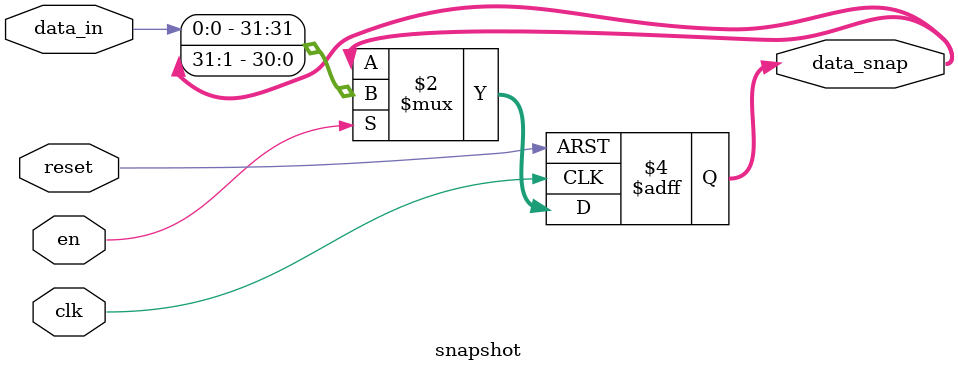
<source format=v>

`timescale 1ns/1ps


// No auto creation of nets
`default_nettype none

module snapshot(
        clk,
        reset,
        en,
        data_in,
        data_snap
    );

    //-----------------------------------------------------------------------------------
    //  Parameters
    //-----------------------------------------------------------------------------------
    parameter PWidth =          32;
    parameter SWidth =          1;
    //-----------------------------------------------------------------------------------
    
    //-----------------------------------------------------------------------------------
    //    I/O
    //-----------------------------------------------------------------------------------
    input wire                  clk;
    input wire                  reset;
    input wire                  en;
    input wire  [SWidth-1:0]    data_in;
    output reg  [PWidth-1:0]    data_snap;
    //-----------------------------------------------------------------------------------
    
    //-----------------------------------------------------------------------------------
    //  Data Snapshot shift Register
    //-----------------------------------------------------------------------------------
    always @(posedge clk or posedge reset) begin
        if (reset) data_snap <= {PWidth{1'b0}};
        else if (en) data_snap <= {data_in, data_snap[PWidth-1:SWidth]};
    end
    //-----------------------------------------------------------------------------------
endmodule

</source>
